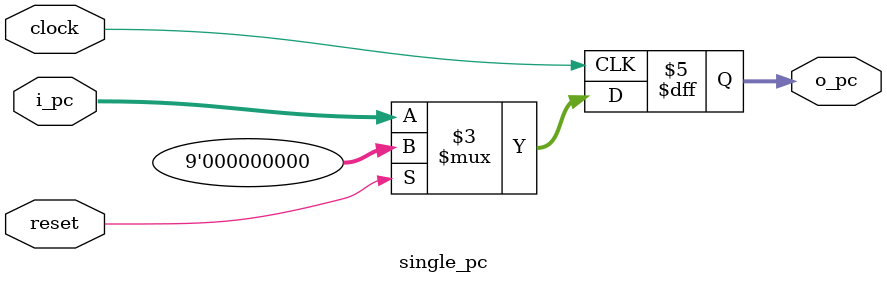
<source format=v>
`timescale 1ns / 1ps

module single_pc(
	input  clock,
	input  reset,
	input  [8:0] i_pc,
	output reg [8:0] o_pc
);

	always @(posedge clock) begin
		if (reset)
			o_pc = 0;
		else
			o_pc = i_pc;
	end

endmodule

</source>
